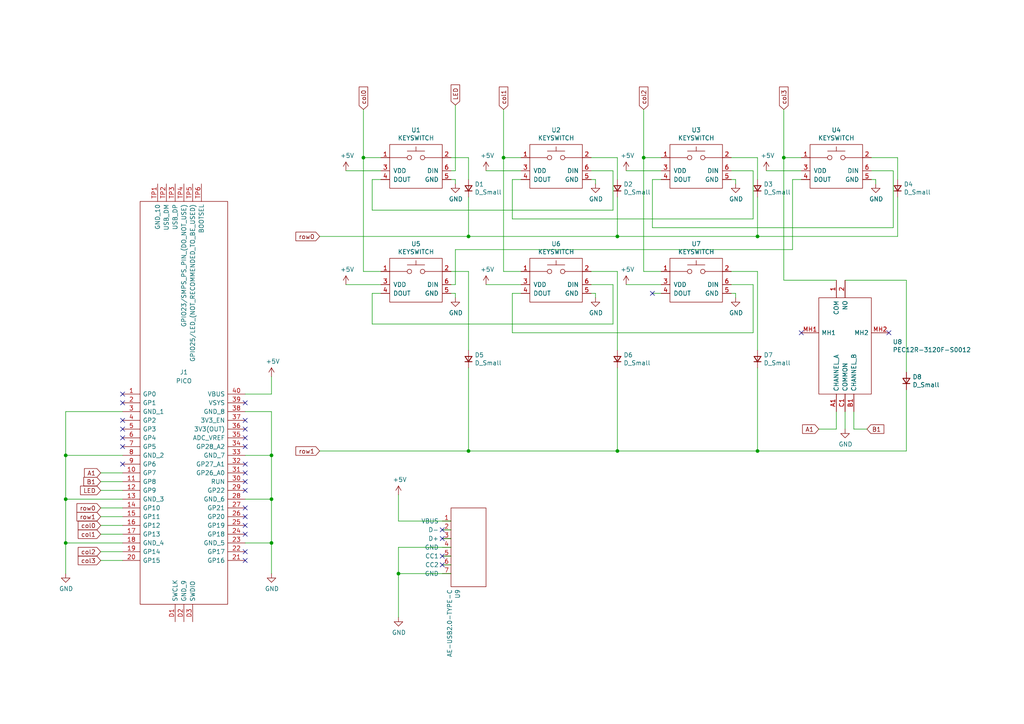
<source format=kicad_sch>
(kicad_sch (version 20211123) (generator eeschema)
  (paper "A4")
  (title_block (rev "v0.2"))
  (lib_symbols
    (symbol "Device:D_Small" (pin_numbers hide) (pin_names (offset 0.254) hide)
      (property "Reference" "D" (at -1.27 2.032 0))
      (property "Value" "D_Small" (at -3.81 -2.032 0))
      (symbol "D_Small_0_1"
        (polyline (pts (xy -0.762 -1.016) (xy -0.762 1.016)) (stroke (width 0.254)))
        (polyline (pts (xy -0.762 0) (xy 0.762 0)))
        (polyline (pts (xy 0.762 -1.016) (xy -0.762 0) (xy 0.762 1.016) (xy 0.762 -1.016)) (stroke (width 0.254)))
      )
      (symbol "D_Small_1_1"
        (pin passive line (at -2.54 0 0) (length 1.778) (name "K") (number "1"))
        (pin passive line (at 2.54 0 180) (length 1.778) (name "A") (number "2"))
      )
    )
    (symbol "FidgetSpinner_SK6812mini_v2-cache:+5V" (power) (pin_names (offset 0))
      (property "Value" "FidgetSpinner_SK6812mini_v2-cache_+5V" (at 0 3.556 0))
      (symbol "+5V_0_1"
        (polyline (pts (xy -0.762 1.27) (xy 0 2.54)))
        (polyline (pts (xy 0 0) (xy 0 2.54)))
        (polyline (pts (xy 0 2.54) (xy 0.762 1.27)))
      )
      (symbol "+5V_1_1"
        (pin power_in line (at 0 0 90) (length 0) hide (name "+5V") (number "1"))
      )
    )
    (symbol "FidgetSpinner_SK6812mini_v2-cache:GND" (power) (pin_names (offset 0))
      (property "Value" "FidgetSpinner_SK6812mini_v2-cache_GND" (at 0 -3.81 0))
      (symbol "GND_0_1"
        (polyline (pts (xy 0 0) (xy 0 -1.27) (xy 1.27 -1.27) (xy 0 -2.54) (xy -1.27 -1.27) (xy 0 -1.27)))
      )
      (symbol "GND_1_1"
        (pin power_in line (at 0 0 270) (length 0) hide (name "GND") (number "1"))
      )
    )
    (symbol "KEYSWITCH:KEYSWITCH" (pin_names (offset 1.016))
      (property "Reference" "U" (at -6.35 10.16 0))
      (property "Value" "KEYSWITCH" (at 1.27 10.16 0))
      (symbol "KEYSWITCH_0_1"
        (rectangle (start -7.62 6.35) (end 7.62 -6.35))
        (circle (center -1.905 2.54) (radius 0.635))
        (polyline (pts (xy -2.54 2.54) (xy -7.62 2.54)))
        (polyline (pts (xy -2.54 4.445) (xy 2.54 4.445)))
        (polyline (pts (xy 0 4.445) (xy 0 5.715)))
        (polyline (pts (xy 2.54 2.54) (xy 7.62 2.54)))
      )
      (symbol "KEYSWITCH_1_1"
        (circle (center 1.905 2.54) (radius 0.635))
        (pin input line (at -10.16 2.54 0) (length 2.54) (name "~") (number "1"))
        (pin input line (at 10.16 2.54 180) (length 2.54) (name "~") (number "2"))
        (pin input line (at -10.16 -1.27 0) (length 2.54) (name "VDD") (number "3"))
        (pin input line (at -10.16 -3.81 0) (length 2.54) (name "DOUT") (number "4"))
        (pin input line (at 10.16 -3.81 180) (length 2.54) (name "GND") (number "5"))
        (pin input line (at 10.16 -1.27 180) (length 2.54) (name "DIN") (number "6"))
      )
    )
    (symbol "SamacSys_Parts:PEC12R-3120F-S0012" (pin_names (offset 0.762))
      (property "Reference" "U" (at 21.59 15.24 0))
      (property "Value" "SamacSys_Parts_PEC12R-3120F-S0012" (at 21.59 12.7 0))
      (symbol "PEC12R-3120F-S0012_0_0"
        (pin passive line (at 10.16 15.24 270) (length 5.08) (name "COM") (number "1"))
        (pin passive line (at 12.7 15.24 270) (length 5.08) (name "NO") (number "2"))
        (pin passive line (at 10.16 -22.86 90) (length 5.08) (name "CHANNEL_A") (number "A1"))
        (pin passive line (at 15.24 -22.86 90) (length 5.08) (name "CHANNEL_B") (number "B1"))
        (pin passive line (at 12.7 -22.86 90) (length 5.08) (name "COMMON") (number "C1"))
        (pin passive line (at 0 0 0) (length 5.08) (name "MH1") (number "MH1"))
        (pin passive line (at 25.4 0 180) (length 5.08) (name "MH2") (number "MH2"))
      )
      (symbol "PEC12R-3120F-S0012_0_1"
        (polyline (pts (xy 5.08 10.16) (xy 20.32 10.16) (xy 20.32 -17.78) (xy 5.08 -17.78) (xy 5.08 10.16)) (stroke (width 0.1524)))
      )
    )
    (symbol "SamacSys_Parts:PICO" (pin_names (offset 0.762))
      (property "Reference" "J" (at 31.75 60.96 0))
      (property "Value" "PICO" (at 31.75 58.42 0))
      (symbol "PICO_0_0"
        (pin passive line (at 0 0 0) (length 5.08) (name "GP0") (number "1"))
        (pin passive line (at 0 -22.86 0) (length 5.08) (name "GP7") (number "10"))
        (pin passive line (at 0 -25.4 0) (length 5.08) (name "GP8") (number "11"))
        (pin passive line (at 0 -27.94 0) (length 5.08) (name "GP9") (number "12"))
        (pin passive line (at 0 -30.48 0) (length 5.08) (name "GND_3") (number "13"))
        (pin passive line (at 0 -33.02 0) (length 5.08) (name "GP10") (number "14"))
        (pin passive line (at 0 -35.56 0) (length 5.08) (name "GP11") (number "15"))
        (pin passive line (at 0 -38.1 0) (length 5.08) (name "GP12") (number "16"))
        (pin passive line (at 0 -40.64 0) (length 5.08) (name "GP13") (number "17"))
        (pin passive line (at 0 -43.18 0) (length 5.08) (name "GND_4") (number "18"))
        (pin passive line (at 0 -45.72 0) (length 5.08) (name "GP14") (number "19"))
        (pin passive line (at 0 -2.54 0) (length 5.08) (name "GP1") (number "2"))
        (pin passive line (at 0 -48.26 0) (length 5.08) (name "GP15") (number "20"))
        (pin passive line (at 35.56 -48.26 180) (length 5.08) (name "GP16") (number "21"))
        (pin passive line (at 35.56 -45.72 180) (length 5.08) (name "GP17") (number "22"))
        (pin passive line (at 35.56 -43.18 180) (length 5.08) (name "GND_5") (number "23"))
        (pin passive line (at 35.56 -40.64 180) (length 5.08) (name "GP18") (number "24"))
        (pin passive line (at 35.56 -38.1 180) (length 5.08) (name "GP19") (number "25"))
        (pin passive line (at 35.56 -35.56 180) (length 5.08) (name "GP20") (number "26"))
        (pin passive line (at 35.56 -33.02 180) (length 5.08) (name "GP21") (number "27"))
        (pin passive line (at 35.56 -30.48 180) (length 5.08) (name "GND_6") (number "28"))
        (pin passive line (at 35.56 -27.94 180) (length 5.08) (name "GP22") (number "29"))
        (pin passive line (at 0 -5.08 0) (length 5.08) (name "GND_1") (number "3"))
        (pin passive line (at 35.56 -25.4 180) (length 5.08) (name "RUN") (number "30"))
        (pin passive line (at 35.56 -22.86 180) (length 5.08) (name "GP26_A0") (number "31"))
        (pin passive line (at 35.56 -20.32 180) (length 5.08) (name "GP27_A1") (number "32"))
        (pin passive line (at 35.56 -17.78 180) (length 5.08) (name "GND_7") (number "33"))
        (pin passive line (at 35.56 -15.24 180) (length 5.08) (name "GP28_A2") (number "34"))
        (pin passive line (at 35.56 -12.7 180) (length 5.08) (name "ADC_VREF") (number "35"))
        (pin passive line (at 35.56 -10.16 180) (length 5.08) (name "3V3(OUT)") (number "36"))
        (pin passive line (at 35.56 -7.62 180) (length 5.08) (name "3V3_EN") (number "37"))
        (pin passive line (at 35.56 -5.08 180) (length 5.08) (name "GND_8") (number "38"))
        (pin passive line (at 35.56 -2.54 180) (length 5.08) (name "VSYS") (number "39"))
        (pin passive line (at 0 -7.62 0) (length 5.08) (name "GP2") (number "4"))
        (pin passive line (at 35.56 0 180) (length 5.08) (name "VBUS") (number "40"))
        (pin passive line (at 0 -10.16 0) (length 5.08) (name "GP3") (number "5"))
        (pin passive line (at 0 -12.7 0) (length 5.08) (name "GP4") (number "6"))
        (pin passive line (at 0 -15.24 0) (length 5.08) (name "GP5") (number "7"))
        (pin passive line (at 0 -17.78 0) (length 5.08) (name "GND_2") (number "8"))
        (pin passive line (at 0 -20.32 0) (length 5.08) (name "GP6") (number "9"))
        (pin passive line (at 15.24 -66.04 90) (length 5.08) (name "SWCLK") (number "D1"))
        (pin passive line (at 17.78 -66.04 90) (length 5.08) (name "GND_9") (number "D2"))
        (pin passive line (at 20.32 -66.04 90) (length 5.08) (name "SWDIO") (number "D3"))
        (pin passive line (at 10.16 60.96 270) (length 5.08) (name "GND_10") (number "TP1"))
        (pin passive line (at 12.7 60.96 270) (length 5.08) (name "USB_DM") (number "TP2"))
        (pin passive line (at 15.24 60.96 270) (length 5.08) (name "USB_DP") (number "TP3"))
        (pin passive line (at 17.78 60.96 270) (length 5.08) (name "GPIO23/SMPS_PS_PIN_(DO_NOT_USE)") (number "TP4"))
        (pin passive line (at 20.32 60.96 270) (length 5.08) (name "GPIO25/LED_(NOT_RECOMMENDED_TO_BE_USED)") (number "TP5"))
        (pin passive line (at 22.86 60.96 270) (length 5.08) (name "BOOTSEL") (number "TP6"))
      )
      (symbol "PICO_0_1"
        (polyline (pts (xy 5.08 55.88) (xy 30.48 55.88) (xy 30.48 -60.96) (xy 5.08 -60.96) (xy 5.08 55.88)) (stroke (width 0.1524)))
      )
    )
    (symbol "akizuki:AE-USB2.0-TYPE-C" (pin_names (offset 1.016))
      (property "Reference" "U" (at 0 3.81 0))
      (property "Value" "akizuki_AE-USB2.0-TYPE-C" (at 0 0 0))
      (symbol "AE-USB2.0-TYPE-C_0_1"
        (rectangle (start -11.43 -5.08) (end 11.43 5.08))
      )
      (symbol "AE-USB2.0-TYPE-C_1_1"
        (pin input line (at -7.62 -5.08 270) (length 2.54) (name "VBUS") (number "1"))
        (pin input line (at -5.08 -5.08 270) (length 2.54) (name "D-") (number "2"))
        (pin input line (at -2.54 -5.08 270) (length 2.54) (name "D+") (number "3"))
        (pin input line (at 0 -5.08 270) (length 2.54) (name "GND") (number "4"))
        (pin input line (at 2.54 -5.08 270) (length 2.54) (name "CC1") (number "5"))
        (pin input line (at 5.08 -5.08 270) (length 2.54) (name "CC2") (number "6"))
        (pin input line (at 7.62 -5.08 270) (length 2.54) (name "GND") (number "7"))
      )
    )
  )
  (junction (at 179.07 130.81))
  (junction (at 219.71 68.58))
  (junction (at 135.89 68.58))
  (junction (at 19.05 132.08))
  (junction (at 146.05 45.72))
  (junction (at 105.41 45.72))
  (junction (at 78.74 132.08))
  (junction (at 219.71 130.81))
  (junction (at 115.57 166.37))
  (junction (at 135.89 130.81))
  (junction (at 19.05 157.48))
  (junction (at 19.05 144.78))
  (junction (at 227.33 45.72))
  (junction (at 179.07 68.58))
  (junction (at 78.74 157.48))
  (junction (at 78.74 144.78))
  (junction (at 186.69 45.72))
  (no_connect (at 128.27 161.29))
  (no_connect (at 35.56 114.3))
  (no_connect (at 71.12 160.02))
  (no_connect (at 71.12 147.32))
  (no_connect (at 189.23 85.09))
  (no_connect (at 71.12 124.46))
  (no_connect (at 71.12 121.92))
  (no_connect (at 71.12 154.94))
  (no_connect (at 232.41 96.52))
  (no_connect (at 128.27 153.67))
  (no_connect (at 71.12 129.54))
  (no_connect (at 71.12 142.24))
  (no_connect (at 128.27 163.83))
  (no_connect (at 71.12 139.7))
  (no_connect (at 35.56 134.62))
  (no_connect (at 35.56 129.54))
  (no_connect (at 35.56 127))
  (no_connect (at 71.12 127))
  (no_connect (at 71.12 162.56))
  (no_connect (at 35.56 124.46))
  (no_connect (at 71.12 152.4))
  (no_connect (at 35.56 121.92))
  (no_connect (at 71.12 137.16))
  (no_connect (at 257.81 96.52))
  (no_connect (at 71.12 116.84))
  (no_connect (at 128.27 156.21))
  (no_connect (at 71.12 134.62))
  (no_connect (at 35.56 116.84))
  (no_connect (at 71.12 149.86))
  (wire (pts (xy 148.59 96.52) (xy 218.44 96.52)))
  (wire (pts (xy 189.23 66.04) (xy 259.08 66.04)))
  (wire (pts (xy 29.21 152.4) (xy 35.56 152.4)))
  (wire (pts (xy 110.49 52.07) (xy 107.95 52.07)))
  (wire (pts (xy 177.8 60.96) (xy 177.8 49.53)))
  (wire (pts (xy 219.71 57.15) (xy 219.71 68.58)))
  (wire (pts (xy 213.36 52.07) (xy 213.36 53.34)))
  (wire (pts (xy 229.87 72.39) (xy 132.08 72.39)))
  (wire (pts (xy 128.27 156.21) (xy 130.81 156.21)))
  (wire (pts (xy 100.33 49.53) (xy 110.49 49.53)))
  (wire (pts (xy 146.05 45.72) (xy 146.05 78.74)))
  (wire (pts (xy 171.45 52.07) (xy 172.72 52.07)))
  (wire (pts (xy 259.08 49.53) (xy 252.73 49.53)))
  (wire (pts (xy 151.13 85.09) (xy 148.59 85.09)))
  (wire (pts (xy 227.33 45.72) (xy 232.41 45.72)))
  (wire (pts (xy 219.71 106.68) (xy 219.71 130.81)))
  (wire (pts (xy 177.8 93.98) (xy 177.8 82.55)))
  (wire (pts (xy 218.44 49.53) (xy 218.44 63.5)))
  (wire (pts (xy 212.09 52.07) (xy 213.36 52.07)))
  (wire (pts (xy 186.69 45.72) (xy 186.69 78.74)))
  (wire (pts (xy 92.71 68.58) (xy 135.89 68.58)))
  (wire (pts (xy 107.95 52.07) (xy 107.95 60.96)))
  (wire (pts (xy 227.33 31.75) (xy 227.33 45.72)))
  (wire (pts (xy 35.56 119.38) (xy 19.05 119.38)))
  (wire (pts (xy 105.41 45.72) (xy 110.49 45.72)))
  (wire (pts (xy 132.08 72.39) (xy 132.08 82.55)))
  (wire (pts (xy 29.21 154.94) (xy 35.56 154.94)))
  (wire (pts (xy 245.11 81.28) (xy 262.89 81.28)))
  (wire (pts (xy 247.65 119.38) (xy 247.65 124.46)))
  (wire (pts (xy 212.09 78.74) (xy 219.71 78.74)))
  (wire (pts (xy 179.07 106.68) (xy 179.07 130.81)))
  (wire (pts (xy 135.89 78.74) (xy 135.89 101.6)))
  (wire (pts (xy 130.81 45.72) (xy 135.89 45.72)))
  (wire (pts (xy 78.74 119.38) (xy 78.74 132.08)))
  (wire (pts (xy 232.41 52.07) (xy 229.87 52.07)))
  (wire (pts (xy 218.44 82.55) (xy 218.44 96.52)))
  (wire (pts (xy 78.74 132.08) (xy 78.74 144.78)))
  (wire (pts (xy 179.07 57.15) (xy 179.07 68.58)))
  (wire (pts (xy 29.21 162.56) (xy 35.56 162.56)))
  (wire (pts (xy 172.72 52.07) (xy 172.72 53.34)))
  (wire (pts (xy 245.11 119.38) (xy 245.11 124.46)))
  (wire (pts (xy 189.23 52.07) (xy 189.23 66.04)))
  (wire (pts (xy 262.89 130.81) (xy 262.89 113.03)))
  (wire (pts (xy 252.73 45.72) (xy 260.35 45.72)))
  (wire (pts (xy 71.12 114.3) (xy 78.74 114.3)))
  (wire (pts (xy 35.56 139.7) (xy 29.21 139.7)))
  (wire (pts (xy 130.81 52.07) (xy 132.08 52.07)))
  (wire (pts (xy 260.35 57.15) (xy 260.35 68.58)))
  (wire (pts (xy 92.71 130.81) (xy 135.89 130.81)))
  (wire (pts (xy 151.13 52.07) (xy 148.59 52.07)))
  (wire (pts (xy 29.21 147.32) (xy 35.56 147.32)))
  (wire (pts (xy 130.81 85.09) (xy 132.08 85.09)))
  (wire (pts (xy 35.56 142.24) (xy 29.21 142.24)))
  (wire (pts (xy 171.45 78.74) (xy 179.07 78.74)))
  (wire (pts (xy 128.27 161.29) (xy 130.81 161.29)))
  (wire (pts (xy 177.8 49.53) (xy 171.45 49.53)))
  (wire (pts (xy 130.81 78.74) (xy 135.89 78.74)))
  (wire (pts (xy 128.27 153.67) (xy 130.81 153.67)))
  (wire (pts (xy 78.74 157.48) (xy 78.74 166.37)))
  (wire (pts (xy 186.69 45.72) (xy 191.77 45.72)))
  (wire (pts (xy 19.05 144.78) (xy 35.56 144.78)))
  (wire (pts (xy 177.8 82.55) (xy 171.45 82.55)))
  (wire (pts (xy 179.07 78.74) (xy 179.07 101.6)))
  (wire (pts (xy 105.41 78.74) (xy 110.49 78.74)))
  (wire (pts (xy 71.12 144.78) (xy 78.74 144.78)))
  (wire (pts (xy 140.97 49.53) (xy 151.13 49.53)))
  (wire (pts (xy 132.08 82.55) (xy 130.81 82.55)))
  (wire (pts (xy 222.25 49.53) (xy 232.41 49.53)))
  (wire (pts (xy 219.71 45.72) (xy 219.71 52.07)))
  (wire (pts (xy 229.87 52.07) (xy 229.87 72.39)))
  (wire (pts (xy 219.71 130.81) (xy 262.89 130.81)))
  (wire (pts (xy 132.08 49.53) (xy 130.81 49.53)))
  (wire (pts (xy 186.69 31.75) (xy 186.69 45.72)))
  (wire (pts (xy 35.56 132.08) (xy 19.05 132.08)))
  (wire (pts (xy 148.59 52.07) (xy 148.59 63.5)))
  (wire (pts (xy 78.74 144.78) (xy 78.74 157.48)))
  (wire (pts (xy 130.81 158.75) (xy 115.57 158.75)))
  (wire (pts (xy 100.33 82.55) (xy 110.49 82.55)))
  (wire (pts (xy 115.57 166.37) (xy 115.57 179.07)))
  (wire (pts (xy 148.59 63.5) (xy 218.44 63.5)))
  (wire (pts (xy 128.27 163.83) (xy 130.81 163.83)))
  (wire (pts (xy 171.45 85.09) (xy 172.72 85.09)))
  (wire (pts (xy 247.65 124.46) (xy 251.46 124.46)))
  (wire (pts (xy 107.95 93.98) (xy 177.8 93.98)))
  (wire (pts (xy 132.08 85.09) (xy 132.08 86.36)))
  (wire (pts (xy 140.97 82.55) (xy 151.13 82.55)))
  (wire (pts (xy 135.89 130.81) (xy 179.07 130.81)))
  (wire (pts (xy 254 52.07) (xy 254 53.34)))
  (wire (pts (xy 191.77 52.07) (xy 189.23 52.07)))
  (wire (pts (xy 19.05 132.08) (xy 19.05 144.78)))
  (wire (pts (xy 227.33 45.72) (xy 227.33 81.28)))
  (wire (pts (xy 218.44 82.55) (xy 212.09 82.55)))
  (wire (pts (xy 135.89 45.72) (xy 135.89 52.07)))
  (wire (pts (xy 212.09 85.09) (xy 213.36 85.09)))
  (wire (pts (xy 19.05 119.38) (xy 19.05 132.08)))
  (wire (pts (xy 242.57 81.28) (xy 227.33 81.28)))
  (wire (pts (xy 130.81 151.13) (xy 115.57 151.13)))
  (wire (pts (xy 181.61 82.55) (xy 191.77 82.55)))
  (wire (pts (xy 107.95 60.96) (xy 177.8 60.96)))
  (wire (pts (xy 179.07 130.81) (xy 219.71 130.81)))
  (wire (pts (xy 260.35 68.58) (xy 219.71 68.58)))
  (wire (pts (xy 107.95 85.09) (xy 107.95 93.98)))
  (wire (pts (xy 115.57 158.75) (xy 115.57 166.37)))
  (wire (pts (xy 132.08 52.07) (xy 132.08 53.34)))
  (wire (pts (xy 179.07 45.72) (xy 179.07 52.07)))
  (wire (pts (xy 146.05 31.75) (xy 146.05 45.72)))
  (wire (pts (xy 29.21 149.86) (xy 35.56 149.86)))
  (wire (pts (xy 213.36 85.09) (xy 213.36 86.36)))
  (wire (pts (xy 171.45 45.72) (xy 179.07 45.72)))
  (wire (pts (xy 35.56 157.48) (xy 19.05 157.48)))
  (wire (pts (xy 29.21 137.16) (xy 35.56 137.16)))
  (wire (pts (xy 259.08 49.53) (xy 259.08 66.04)))
  (wire (pts (xy 260.35 45.72) (xy 260.35 52.07)))
  (wire (pts (xy 71.12 157.48) (xy 78.74 157.48)))
  (wire (pts (xy 179.07 68.58) (xy 135.89 68.58)))
  (wire (pts (xy 19.05 157.48) (xy 19.05 166.37)))
  (wire (pts (xy 148.59 85.09) (xy 148.59 96.52)))
  (wire (pts (xy 242.57 124.46) (xy 237.49 124.46)))
  (wire (pts (xy 146.05 45.72) (xy 151.13 45.72)))
  (wire (pts (xy 181.61 49.53) (xy 191.77 49.53)))
  (wire (pts (xy 212.09 45.72) (xy 219.71 45.72)))
  (wire (pts (xy 29.21 160.02) (xy 35.56 160.02)))
  (wire (pts (xy 105.41 45.72) (xy 105.41 78.74)))
  (wire (pts (xy 110.49 85.09) (xy 107.95 85.09)))
  (wire (pts (xy 191.77 85.09) (xy 189.23 85.09)))
  (wire (pts (xy 219.71 78.74) (xy 219.71 101.6)))
  (wire (pts (xy 130.81 166.37) (xy 115.57 166.37)))
  (wire (pts (xy 219.71 68.58) (xy 179.07 68.58)))
  (wire (pts (xy 71.12 119.38) (xy 78.74 119.38)))
  (wire (pts (xy 146.05 78.74) (xy 151.13 78.74)))
  (wire (pts (xy 19.05 157.48) (xy 19.05 144.78)))
  (wire (pts (xy 252.73 52.07) (xy 254 52.07)))
  (wire (pts (xy 242.57 119.38) (xy 242.57 124.46)))
  (wire (pts (xy 186.69 78.74) (xy 191.77 78.74)))
  (wire (pts (xy 262.89 81.28) (xy 262.89 107.95)))
  (wire (pts (xy 135.89 106.68) (xy 135.89 130.81)))
  (wire (pts (xy 172.72 85.09) (xy 172.72 86.36)))
  (wire (pts (xy 71.12 132.08) (xy 78.74 132.08)))
  (wire (pts (xy 218.44 49.53) (xy 212.09 49.53)))
  (wire (pts (xy 105.41 31.75) (xy 105.41 45.72)))
  (wire (pts (xy 78.74 114.3) (xy 78.74 109.22)))
  (wire (pts (xy 135.89 57.15) (xy 135.89 68.58)))
  (wire (pts (xy 115.57 143.51) (xy 115.57 151.13)))
  (wire (pts (xy 132.08 30.48) (xy 132.08 49.53)))
  (global_label "LED" (shape input) (at 132.08 30.48 90) (property "Intersheet References" "${INTERSHEET_REFS}" (effects hide)))
  (global_label "col1" (shape input) (at 29.21 154.94 180) (property "Intersheet References" "${INTERSHEET_REFS}" (effects hide)))
  (global_label "col3" (shape input) (at 29.21 162.56 180) (property "Intersheet References" "${INTERSHEET_REFS}" (effects hide)))
  (global_label "col1" (shape input) (at 146.05 31.75 90) (property "Intersheet References" "${INTERSHEET_REFS}" (effects hide)))
  (global_label "col2" (shape input) (at 29.21 160.02 180) (property "Intersheet References" "${INTERSHEET_REFS}" (effects hide)))
  (global_label "col2" (shape input) (at 186.69 31.75 90) (property "Intersheet References" "${INTERSHEET_REFS}" (effects hide)))
  (global_label "col0" (shape input) (at 105.41 31.75 90) (property "Intersheet References" "${INTERSHEET_REFS}" (effects hide)))
  (global_label "col3" (shape input) (at 227.33 31.75 90) (property "Intersheet References" "${INTERSHEET_REFS}" (effects hide)))
  (global_label "B1" (shape input) (at 29.21 139.7 180) (property "Intersheet References" "${INTERSHEET_REFS}" (effects hide)))
  (global_label "A1" (shape input) (at 29.21 137.16 180) (property "Intersheet References" "${INTERSHEET_REFS}" (effects hide)))
  (global_label "LED" (shape input) (at 29.21 142.24 180) (property "Intersheet References" "${INTERSHEET_REFS}" (effects hide)))
  (global_label "A1" (shape input) (at 237.49 124.46 180) (property "Intersheet References" "${INTERSHEET_REFS}" (effects hide)))
  (global_label "B1" (shape input) (at 251.46 124.46 0) (property "Intersheet References" "${INTERSHEET_REFS}" (effects hide)))
  (global_label "row1" (shape input) (at 92.71 130.81 180) (property "Intersheet References" "${INTERSHEET_REFS}" (effects hide)))
  (global_label "col0" (shape input) (at 29.21 152.4 180) (property "Intersheet References" "${INTERSHEET_REFS}" (effects hide)))
  (global_label "row1" (shape input) (at 29.21 149.86 180) (property "Intersheet References" "${INTERSHEET_REFS}" (effects hide)))
  (global_label "row0" (shape input) (at 29.21 147.32 180) (property "Intersheet References" "${INTERSHEET_REFS}" (effects hide)))
  (global_label "row0" (shape input) (at 92.71 68.58 180) (property "Intersheet References" "${INTERSHEET_REFS}" (effects hide)))
  (symbol (lib_id "SamacSys_Parts:PEC12R-3120F-S0012") (at 232.41 96.52 0) (unit 1)
    (property "Reference" "U8" (at 258.9276 99.1616 0) (effects (justify left)))
    (property "Value" "PEC12R-3120F-S0012" (at 258.9276 101.473 0) (effects (justify left)))
    (property "Footprint" "SamacSys_Parts:PEC12R3120FS0012" (effects hide))
    (property "Datasheet" "https://www.arrow.com/en/products/pec12r-3120f-s0012/bourns" (effects hide))
    (property "Description" "Mechanical Encoder Rotary Incremental Flat 0.007N.m Straight Quadrature Digital Square Wave 12PPR Through Hole PC Pin" (effects hide))
    (property "Height" "20.5" (effects hide))
    (property "Manufacturer_Name" "Bourns" (effects hide))
    (property "Manufacturer_Part_Number" "PEC12R-3120F-S0012" (effects hide))
    (property "Mouser Part Number" "652-PEC12R3120FS0012" (effects hide))
    (property "Mouser Price/Stock" "https://www.mouser.co.uk/ProductDetail/Bourns/PEC12R-3120F-S0012?qs=pxDZlBjcsCjFUuSVctIWgw%3D%3D" (effects hide))
    (property "Arrow Part Number" "PEC12R-3120F-S0012" (effects hide))
    (property "Arrow Price/Stock" "https://www.arrow.com/en/products/pec12r-3120f-s0012/bourns?region=nac" (effects hide))
  )
  (symbol (lib_id "FidgetSpinner_SK6812mini_v2-cache:+5V") (at 140.97 49.53 0) (unit 1)
    (property "Reference" "#PWR0108" (effects hide))
    (property "Value" "+5V" (at 141.351 45.1358 0))
  )
  (symbol (lib_id "KEYSWITCH:KEYSWITCH") (at 161.29 48.26 0) (unit 1)
    (property "Reference" "U2" (at 161.29 37.719 0))
    (property "Value" "KEYSWITCH" (at 161.29 40.0304 0))
    (property "Footprint" "keyswitches:Kailh_socket_MX" (effects hide))
  )
  (symbol (lib_id "FidgetSpinner_SK6812mini_v2-cache:GND") (at 172.72 53.34 0) (unit 1)
    (property "Reference" "#PWR0107" (effects hide))
    (property "Value" "GND" (at 172.847 57.7342 0))
  )
  (symbol (lib_id "KEYSWITCH:KEYSWITCH") (at 120.65 48.26 0) (unit 1)
    (property "Reference" "U1" (at 120.65 37.719 0))
    (property "Value" "KEYSWITCH" (at 120.65 40.0304 0))
    (property "Footprint" "keyswitches:Kailh_socket_MX" (effects hide))
  )
  (symbol (lib_id "FidgetSpinner_SK6812mini_v2-cache:+5V") (at 181.61 49.53 0) (unit 1)
    (property "Reference" "#PWR0106" (effects hide))
    (property "Value" "+5V" (at 181.991 45.1358 0))
  )
  (symbol (lib_id "KEYSWITCH:KEYSWITCH") (at 201.93 48.26 0) (unit 1)
    (property "Reference" "U3" (at 201.93 37.719 0))
    (property "Value" "KEYSWITCH" (at 201.93 40.0304 0))
    (property "Footprint" "keyswitches:Kailh_socket_MX" (effects hide))
  )
  (symbol (lib_id "FidgetSpinner_SK6812mini_v2-cache:GND") (at 213.36 53.34 0) (unit 1)
    (property "Reference" "#PWR0105" (effects hide))
    (property "Value" "GND" (at 213.487 57.7342 0))
  )
  (symbol (lib_id "FidgetSpinner_SK6812mini_v2-cache:+5V") (at 222.25 49.53 0) (unit 1)
    (property "Reference" "#PWR0104" (effects hide))
    (property "Value" "+5V" (at 222.631 45.1358 0))
  )
  (symbol (lib_id "KEYSWITCH:KEYSWITCH") (at 242.57 48.26 0) (unit 1)
    (property "Reference" "U4" (at 242.57 37.719 0))
    (property "Value" "KEYSWITCH" (at 242.57 40.0304 0))
    (property "Footprint" "keyswitches:Kailh_socket_MX" (effects hide))
  )
  (symbol (lib_id "FidgetSpinner_SK6812mini_v2-cache:GND") (at 254 53.34 0) (unit 1)
    (property "Reference" "#PWR0103" (effects hide))
    (property "Value" "GND" (at 254.127 57.7342 0))
  )
  (symbol (lib_id "FidgetSpinner_SK6812mini_v2-cache:GND") (at 132.08 53.34 0) (unit 1)
    (property "Reference" "#PWR0101" (effects hide))
    (property "Value" "GND" (at 132.207 57.7342 0))
  )
  (symbol (lib_id "FidgetSpinner_SK6812mini_v2-cache:GND") (at 213.36 86.36 0) (unit 1)
    (property "Reference" "#PWR0109" (effects hide))
    (property "Value" "GND" (at 213.487 90.7542 0))
  )
  (symbol (lib_id "KEYSWITCH:KEYSWITCH") (at 201.93 81.28 0) (unit 1)
    (property "Reference" "U7" (at 201.93 70.739 0))
    (property "Value" "KEYSWITCH" (at 201.93 73.0504 0))
    (property "Footprint" "keyswitches:Kailh_socket_MX" (effects hide))
  )
  (symbol (lib_id "FidgetSpinner_SK6812mini_v2-cache:+5V") (at 181.61 82.55 0) (unit 1)
    (property "Reference" "#PWR0110" (effects hide))
    (property "Value" "+5V" (at 181.991 78.1558 0))
  )
  (symbol (lib_id "FidgetSpinner_SK6812mini_v2-cache:GND") (at 172.72 86.36 0) (unit 1)
    (property "Reference" "#PWR0111" (effects hide))
    (property "Value" "GND" (at 172.847 90.7542 0))
  )
  (symbol (lib_id "KEYSWITCH:KEYSWITCH") (at 161.29 81.28 0) (unit 1)
    (property "Reference" "U6" (at 161.29 70.739 0))
    (property "Value" "KEYSWITCH" (at 161.29 73.0504 0))
    (property "Footprint" "keyswitches:Kailh_socket_MX" (effects hide))
  )
  (symbol (lib_id "FidgetSpinner_SK6812mini_v2-cache:+5V") (at 140.97 82.55 0) (unit 1)
    (property "Reference" "#PWR0112" (effects hide))
    (property "Value" "+5V" (at 141.351 78.1558 0))
  )
  (symbol (lib_id "FidgetSpinner_SK6812mini_v2-cache:GND") (at 132.08 86.36 0) (unit 1)
    (property "Reference" "#PWR0113" (effects hide))
    (property "Value" "GND" (at 132.207 90.7542 0))
  )
  (symbol (lib_id "KEYSWITCH:KEYSWITCH") (at 120.65 81.28 0) (unit 1)
    (property "Reference" "U5" (at 120.65 70.739 0))
    (property "Value" "KEYSWITCH" (at 120.65 73.0504 0))
    (property "Footprint" "keyswitches:Kailh_socket_MX" (effects hide))
  )
  (symbol (lib_id "FidgetSpinner_SK6812mini_v2-cache:+5V") (at 100.33 82.55 0) (unit 1)
    (property "Reference" "#PWR0114" (effects hide))
    (property "Value" "+5V" (at 100.711 78.1558 0))
  )
  (symbol (lib_id "FidgetSpinner_SK6812mini_v2-cache:+5V") (at 100.33 49.53 0) (unit 1)
    (property "Reference" "#PWR0102" (effects hide))
    (property "Value" "+5V" (at 100.711 45.1358 0))
  )
  (symbol (lib_id "Device:D_Small") (at 135.89 54.61 90) (unit 1)
    (property "Reference" "D1" (at 137.668 53.4416 90) (effects (justify right)))
    (property "Value" "D_Small" (at 137.668 55.753 90) (effects (justify right)))
    (property "Footprint" "Diode_SMD:D_SOD-123" (effects hide))
  )
  (symbol (lib_id "Device:D_Small") (at 179.07 54.61 90) (unit 1)
    (property "Reference" "D2" (at 180.848 53.4416 90) (effects (justify right)))
    (property "Value" "D_Small" (at 180.848 55.753 90) (effects (justify right)))
    (property "Footprint" "Diode_SMD:D_SOD-123" (effects hide))
  )
  (symbol (lib_id "Device:D_Small") (at 219.71 54.61 90) (unit 1)
    (property "Reference" "D3" (at 221.488 53.4416 90) (effects (justify right)))
    (property "Value" "D_Small" (at 221.488 55.753 90) (effects (justify right)))
    (property "Footprint" "Diode_SMD:D_SOD-123" (effects hide))
  )
  (symbol (lib_id "Device:D_Small") (at 260.35 54.61 90) (unit 1)
    (property "Reference" "D4" (at 262.128 53.4416 90) (effects (justify right)))
    (property "Value" "D_Small" (at 262.128 55.753 90) (effects (justify right)))
    (property "Footprint" "Diode_SMD:D_SOD-123" (effects hide))
  )
  (symbol (lib_id "Device:D_Small") (at 262.89 110.49 90) (unit 1)
    (property "Reference" "D8" (at 264.668 109.3216 90) (effects (justify right)))
    (property "Value" "D_Small" (at 264.668 111.633 90) (effects (justify right)))
    (property "Footprint" "Diode_SMD:D_SOD-123" (effects hide))
  )
  (symbol (lib_id "Device:D_Small") (at 135.89 104.14 90) (unit 1)
    (property "Reference" "D5" (at 137.668 102.9716 90) (effects (justify right)))
    (property "Value" "D_Small" (at 137.668 105.283 90) (effects (justify right)))
    (property "Footprint" "Diode_SMD:D_SOD-123" (effects hide))
  )
  (symbol (lib_id "Device:D_Small") (at 179.07 104.14 90) (unit 1)
    (property "Reference" "D6" (at 180.848 102.9716 90) (effects (justify right)))
    (property "Value" "D_Small" (at 180.848 105.283 90) (effects (justify right)))
    (property "Footprint" "Diode_SMD:D_SOD-123" (effects hide))
  )
  (symbol (lib_id "Device:D_Small") (at 219.71 104.14 90) (unit 1)
    (property "Reference" "D7" (at 221.488 102.9716 90) (effects (justify right)))
    (property "Value" "D_Small" (at 221.488 105.283 90) (effects (justify right)))
    (property "Footprint" "Diode_SMD:D_SOD-123" (effects hide))
  )
  (symbol (lib_id "FidgetSpinner_SK6812mini_v2-cache:GND") (at 245.11 124.46 0) (unit 1)
    (property "Reference" "#PWR0115" (effects hide))
    (property "Value" "GND" (at 245.237 128.8542 0))
  )
  (symbol (lib_id "FidgetSpinner_SK6812mini_v2-cache:+5V") (at 78.74 109.22 0) (unit 1)
    (property "Reference" "#PWR0116" (effects hide))
    (property "Value" "+5V" (at 79.121 104.8258 0))
  )
  (symbol (lib_id "SamacSys_Parts:PICO") (at 35.56 114.3 0) (unit 1)
    (property "Reference" "J1" (at 53.34 107.95 0))
    (property "Value" "PICO" (at 53.34 110.49 0))
    (property "Footprint" "RPi_Pico:RPi_Pico_SMD_TH" (effects hide))
    (property "Datasheet" "https://datasheets.raspberrypi.org/pico/pico_datasheet.pdf" (effects hide))
    (property "Description" "RP2040 microcontroller chip designed by Raspberry Pi in the United Kingdom 2  SPI, 2  I2C, 2  UART, 3  12-bit ADC, 16  controllable PWM channels" (effects hide))
    (property "Height" "1" (effects hide))
    (property "Manufacturer_Name" "RASPBERRY-PI" (effects hide))
    (property "Manufacturer_Part_Number" "PICO" (effects hide))
  )
  (symbol (lib_id "akizuki:AE-USB2.0-TYPE-C") (at 135.89 158.75 270) (unit 1)
    (property "Reference" "U9" (at 132.7404 170.8912 0) (effects (justify left)))
    (property "Value" "AE-USB2.0-TYPE-C" (at 130.429 170.8912 0) (effects (justify left)))
    (property "Footprint" "akizuki:AE-USB2.0-TYPE-C" (effects hide))
  )
  (symbol (lib_id "FidgetSpinner_SK6812mini_v2-cache:+5V") (at 115.57 143.51 0) (unit 1)
    (property "Reference" "#PWR0119" (effects hide))
    (property "Value" "+5V" (at 115.951 139.1158 0))
  )
  (symbol (lib_id "FidgetSpinner_SK6812mini_v2-cache:GND") (at 115.57 179.07 0) (unit 1)
    (property "Reference" "#PWR0120" (effects hide))
    (property "Value" "GND" (at 115.697 183.4642 0))
  )
  (symbol (lib_id "FidgetSpinner_SK6812mini_v2-cache:GND") (at 78.74 166.37 0) (unit 1)
    (property "Reference" "#PWR0118" (effects hide))
    (property "Value" "GND" (at 78.867 170.7642 0))
  )
  (symbol (lib_id "FidgetSpinner_SK6812mini_v2-cache:GND") (at 19.05 166.37 0) (unit 1)
    (property "Reference" "#PWR0117" (effects hide))
    (property "Value" "GND" (at 19.177 170.7642 0))
  )
)
</source>
